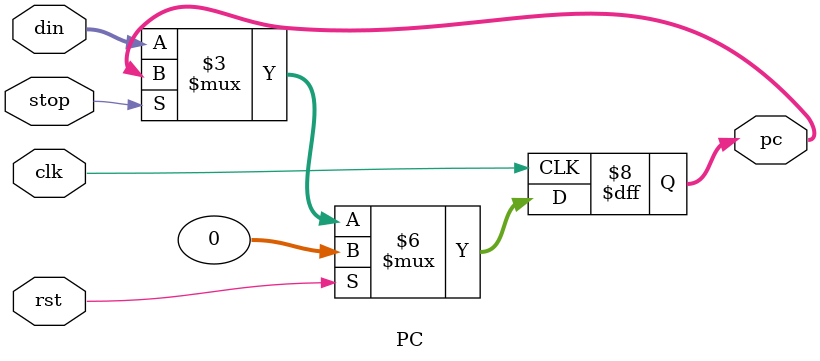
<source format=v>
`timescale 1ns / 1ps

module PC(
    input  wire        rst,
    input  wire        clk,
    input  wire [31:0] din,
    input  wire        stop,
    output reg  [31:0] pc
);

    // inner logic of PC

    always @(posedge clk)begin
        if(rst)begin
            pc <= 0;
        end
        else if(stop)begin
            pc <= pc;
        end
        else begin
            pc <= din;
        end
    end

endmodule

</source>
